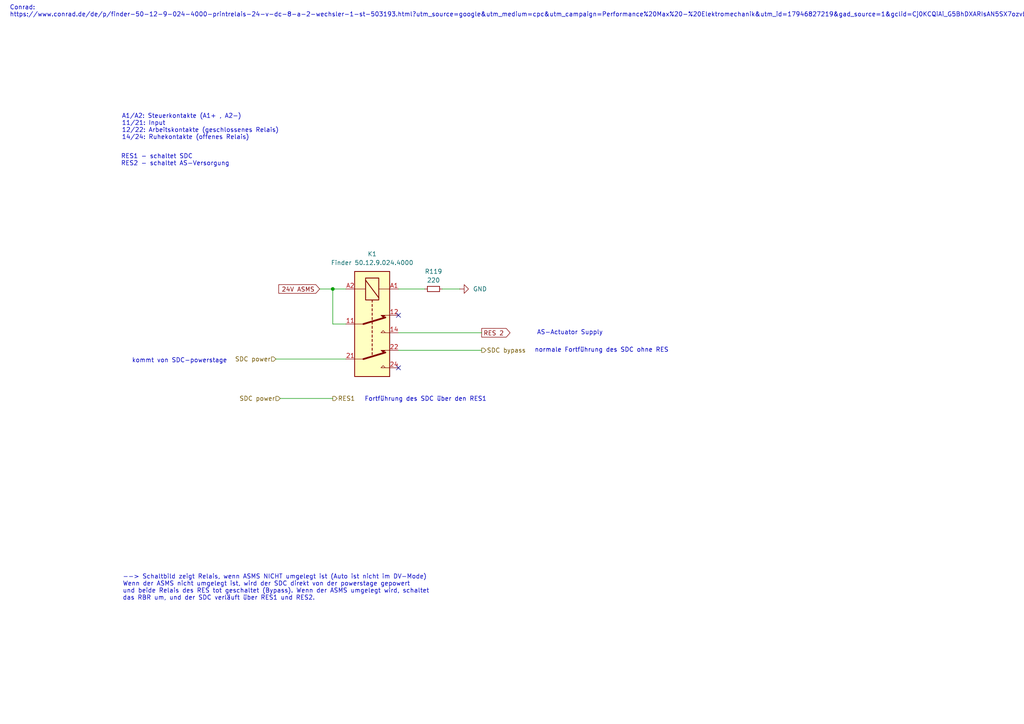
<source format=kicad_sch>
(kicad_sch (version 20231120) (generator "eeschema") (generator_version "8.0")
  (paper "A4")
  (title_block (title "PDU FT25") (date "2024-11-23") (rev "V1.1") (company "Janek Herm") (comment 1 "FaSTTUBe Electronics"))
  (lib_symbols
    (symbol "Device:R_Small" (pin_numbers hide) (pin_names (offset 0.254) hide)
      (property "Reference" "R" (at 0.762 0.508 0))
      (property "Value" "R_Small" (at 0.762 -1.016 0))
      (symbol "R_Small_0_1"
        (rectangle (start -0.762 1.778) (end 0.762 -1.778) (stroke (width 0.2032)))
      )
      (symbol "R_Small_1_1"
        (pin passive line (at 0 2.54 270) (length 0.762) (name "~") (number "1"))
        (pin passive line (at 0 -2.54 90) (length 0.762) (name "~") (number "2"))
      )
    )
    (symbol "Relay:Relay_DPDT"
      (property "Reference" "K" (at 16.51 3.81 0))
      (property "Value" "Relay_DPDT" (at 16.51 1.27 0))
      (symbol "Relay_DPDT_0_1"
        (rectangle (start -15.24 5.08) (end 15.24 -5.08) (stroke (width 0.254)) (fill (type background)))
        (rectangle (start -13.335 1.905) (end -6.985 -1.905) (stroke (width 0.254)))
        (polyline (pts (xy -12.7 -1.905) (xy -7.62 1.905)) (stroke (width 0.254)))
        (polyline (pts (xy -10.16 -5.08) (xy -10.16 -1.905)))
        (polyline (pts (xy -10.16 5.08) (xy -10.16 1.905)))
        (polyline (pts (xy -6.985 0) (xy -6.35 0)) (stroke (width 0.254)))
        (polyline (pts (xy -5.715 0) (xy -5.08 0)) (stroke (width 0.254)))
        (polyline (pts (xy -4.445 0) (xy -3.81 0)) (stroke (width 0.254)))
        (polyline (pts (xy -3.175 0) (xy -2.54 0)) (stroke (width 0.254)))
        (polyline (pts (xy -1.905 0) (xy -1.27 0)) (stroke (width 0.254)))
        (polyline (pts (xy -0.635 0) (xy 0 0)) (stroke (width 0.254)))
        (polyline (pts (xy 0 -2.54) (xy -1.905 3.81)) (stroke (width 0.508)))
        (polyline (pts (xy 0 -2.54) (xy 0 -5.08)))
        (polyline (pts (xy 0.635 0) (xy 1.27 0)) (stroke (width 0.254)))
        (polyline (pts (xy 1.905 0) (xy 2.54 0)) (stroke (width 0.254)))
        (polyline (pts (xy 3.175 0) (xy 3.81 0)) (stroke (width 0.254)))
        (polyline (pts (xy 4.445 0) (xy 5.08 0)) (stroke (width 0.254)))
        (polyline (pts (xy 5.715 0) (xy 6.35 0)) (stroke (width 0.254)))
        (polyline (pts (xy 6.985 0) (xy 7.62 0)) (stroke (width 0.254)))
        (polyline (pts (xy 8.255 0) (xy 8.89 0)) (stroke (width 0.254)))
        (polyline (pts (xy 10.16 -2.54) (xy 8.255 3.81)) (stroke (width 0.508)))
        (polyline (pts (xy 10.16 -2.54) (xy 10.16 -5.08)))
        (polyline (pts (xy -2.54 5.08) (xy -2.54 2.54) (xy -1.905 3.175) (xy -2.54 3.81)) (fill (type outline)))
        (polyline (pts (xy 2.54 5.08) (xy 2.54 2.54) (xy 1.905 3.175) (xy 2.54 3.81)))
        (polyline (pts (xy 7.62 5.08) (xy 7.62 2.54) (xy 8.255 3.175) (xy 7.62 3.81)) (fill (type outline)))
        (polyline (pts (xy 12.7 5.08) (xy 12.7 2.54) (xy 12.065 3.175) (xy 12.7 3.81)))
      )
      (symbol "Relay_DPDT_1_1"
        (pin passive line (at 0 -7.62 90) (length 2.54) (name "~") (number "11"))
        (pin passive line (at -2.54 7.62 270) (length 2.54) (name "~") (number "12"))
        (pin passive line (at 2.54 7.62 270) (length 2.54) (name "~") (number "14"))
        (pin passive line (at 10.16 -7.62 90) (length 2.54) (name "~") (number "21"))
        (pin passive line (at 7.62 7.62 270) (length 2.54) (name "~") (number "22"))
        (pin passive line (at 12.7 7.62 270) (length 2.54) (name "~") (number "24"))
        (pin passive line (at -10.16 7.62 270) (length 2.54) (name "~") (number "A1"))
        (pin passive line (at -10.16 -7.62 90) (length 2.54) (name "~") (number "A2"))
      )
    )
    (symbol "power:GND" (power) (pin_numbers hide) (pin_names (offset 0) hide)
      (property "Value" "GND" (at 0 -3.81 0))
      (symbol "GND_0_1"
        (polyline (pts (xy 0 0) (xy 0 -1.27) (xy 1.27 -1.27) (xy 0 -2.54) (xy -1.27 -1.27) (xy 0 -1.27)))
      )
      (symbol "GND_1_1"
        (pin power_in line (at 0 0 270) (length 0) (name "~") (number "1"))
      )
    )
  )
  (junction (at 96.52 83.82))
  (no_connect (at 115.57 91.44))
  (no_connect (at 115.57 106.68))
  (wire (pts (xy 128.27 83.82) (xy 133.35 83.82)))
  (wire (pts (xy 80.01 104.14) (xy 100.33 104.14)))
  (wire (pts (xy 115.57 101.6) (xy 139.7 101.6)))
  (wire (pts (xy 115.57 83.82) (xy 123.19 83.82)))
  (wire (pts (xy 115.57 96.52) (xy 139.7 96.52)))
  (wire (pts (xy 96.52 83.82) (xy 96.52 93.98)))
  (wire (pts (xy 96.52 83.82) (xy 92.71 83.82)))
  (wire (pts (xy 96.52 93.98) (xy 100.33 93.98)))
  (wire (pts (xy 100.33 83.82) (xy 96.52 83.82)))
  (wire (pts (xy 81.28 115.57) (xy 96.52 115.57)))
  (text "normale Fortführung des SDC ohne RES" (at 174.498 101.6 0) (effects (font (size 1.27 1.27) (thickness 0.1588))))
  (text "--> Schaltbild zeigt Relais, wenn ASMS NICHT umgelegt ist (Auto ist nicht im DV-Mode)\nWenn der ASMS nicht umgelegt ist, wird der SDC direkt von der powerstage gepowert\nund beide Relais des RES tot geschaltet (Bypass). Wenn der ASMS umgelegt wird, schaltet\ndas RBR um, und der SDC verläuft über RES1 und RES2." (at 35.56 170.434 0) (effects (font (size 1.27 1.27)) (justify left)))
  (text "Fortführung des SDC über den RES1" (at 123.444 115.824 0) (effects (font (size 1.27 1.27) (thickness 0.1588))))
  (text "RES1 - schaltet SDC\nRES2 - schaltet AS-Versorgung" (at 35.052 46.482 0) (effects (font (size 1.27 1.27)) (justify left)))
  (text "kommt von SDC-powerstage" (at 52.07 104.648 0) (effects (font (size 1.27 1.27))))
  (text "AS-Actuator Supply" (at 155.702 96.52 0) (effects (font (size 1.27 1.27)) (justify left)))
  (text "A1/A2: Steuerkontakte (A1+ , A2-)\n11/21: Input\n12/22: Arbeitskontakte (geschlossenes Relais)\n14/24: Ruhekontakte (offenes Relais)" (at 35.306 36.83 0) (effects (font (size 1.27 1.27)) (justify left)))
  (text "Conrad:\nhttps://www.conrad.de/de/p/finder-50-12-9-024-4000-printrelais-24-v-dc-8-a-2-wechsler-1-st-503193.html?utm_source=google&utm_medium=cpc&utm_campaign=Performance%20Max%20-%20Elektromechanik&utm_id=17946827219&gad_source=1&gclid=Cj0KCQiAi_G5BhDXARIsAN5SX7ozvbyzbNAUnu7ULPQTyRg7aDxVNaZ2DbTGICJ_7DeLlrEXfXyp2XEaApkXEALw_wcB" (at 2.794 3.302 0) (effects (font (size 1.27 1.27)) (justify left)))
  (global_label "RES 2" (shape output) (at 139.7 96.52 0) (property "Intersheetrefs" "${INTERSHEET_REFS}" (effects (hide yes))))
  (global_label "24V ASMS" (shape input) (at 92.71 83.82 180) (property "Intersheetrefs" "${INTERSHEET_REFS}" (effects (hide yes))))
  (hierarchical_label "SDC power" (shape input) (at 81.28 115.57 180))
  (hierarchical_label "SDC bypass" (shape output) (at 139.7 101.6 0))
  (hierarchical_label "RES1" (shape output) (at 96.52 115.57 0))
  (hierarchical_label "SDC power" (shape input) (at 80.01 104.14 180))
  (symbol (lib_id "Device:R_Small") (at 125.73 83.82 90) (unit 1)
    (property "Reference" "R119" (at 125.73 78.74 90))
    (property "Value" "220" (at 125.73 81.28 90))
    (property "Footprint" "Resistor_SMD:R_0603_1608Metric_Pad0.98x0.95mm_HandSolder" (effects (hide yes)))
    (property "Description" "Resistor, small symbol" (effects (hide yes)))
  )
  (symbol (lib_id "Relay:Relay_DPDT") (at 107.95 93.98 270) (unit 1)
    (property "Reference" "K1" (at 107.95 73.66 90))
    (property "Value" "Finder 50.12.9.024.4000" (at 107.95 76.2 90))
    (property "Footprint" "Relay_THT:Relay_DPDT_Finder_40.52" (effects (hide yes)))
    (property "Datasheet" "https://asset.conrad.com/media10/add/160267/c1/-/de/000503193DS01/datenblatt-503193-finder-501290244000-printrelais-24-vdc-8-a-2-wechsler-1-st.pdf" (effects (hide yes)))
    (property "Description" "24 V/DC 8 A 2 Wechsler" (effects (hide yes)))
  )
  (symbol (lib_id "power:GND") (at 133.35 83.82 90) (unit 1)
    (property "Reference" "#PWR0178" (effects (hide yes)))
    (property "Value" "GND" (at 137.16 83.8199 90) (effects (justify right)))
    (property "Description" "Power symbol creates a global label with name \"GND\" , ground" (effects (hide yes)))
  )
)
</source>
